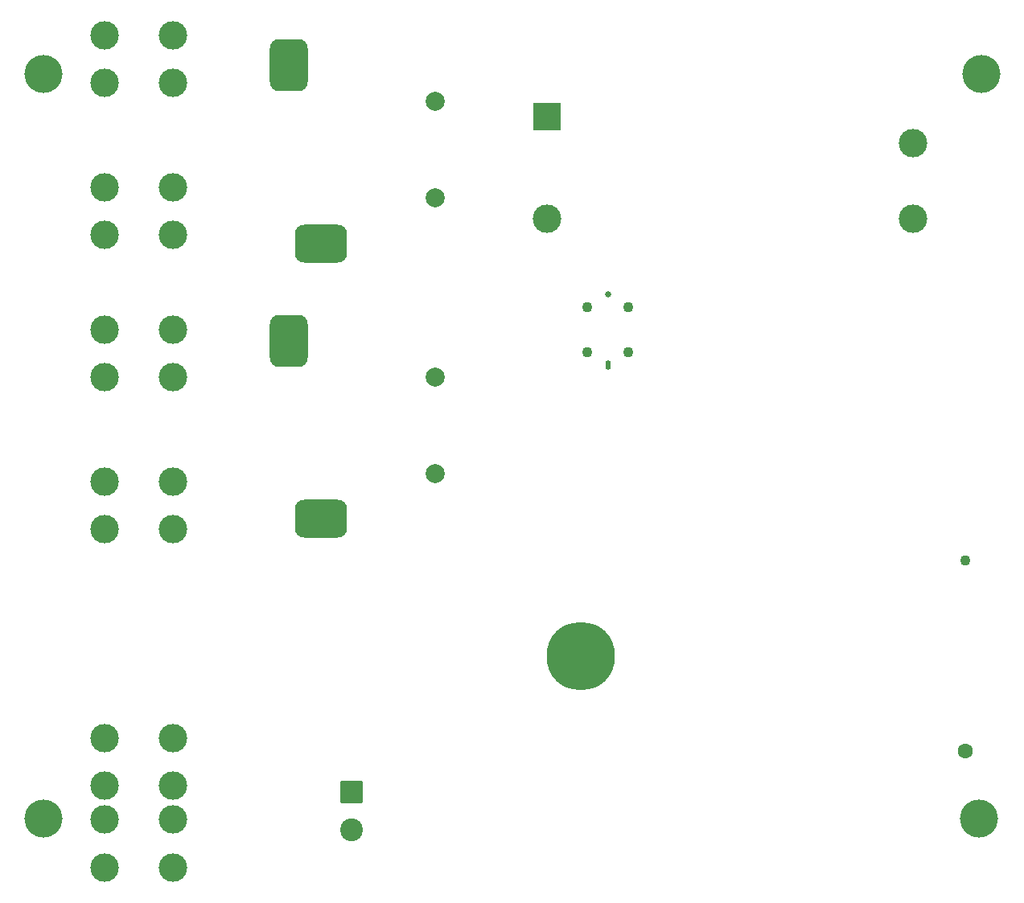
<source format=gbr>
%TF.GenerationSoftware,KiCad,Pcbnew,7.0.9*%
%TF.CreationDate,2024-05-06T20:13:39+08:00*%
%TF.ProjectId,power_monitor_v0.1,706f7765-725f-46d6-9f6e-69746f725f76,rev?*%
%TF.SameCoordinates,Original*%
%TF.FileFunction,Soldermask,Bot*%
%TF.FilePolarity,Negative*%
%FSLAX46Y46*%
G04 Gerber Fmt 4.6, Leading zero omitted, Abs format (unit mm)*
G04 Created by KiCad (PCBNEW 7.0.9) date 2024-05-06 20:13:39*
%MOMM*%
%LPD*%
G01*
G04 APERTURE LIST*
G04 Aperture macros list*
%AMRoundRect*
0 Rectangle with rounded corners*
0 $1 Rounding radius*
0 $2 $3 $4 $5 $6 $7 $8 $9 X,Y pos of 4 corners*
0 Add a 4 corners polygon primitive as box body*
4,1,4,$2,$3,$4,$5,$6,$7,$8,$9,$2,$3,0*
0 Add four circle primitives for the rounded corners*
1,1,$1+$1,$2,$3*
1,1,$1+$1,$4,$5*
1,1,$1+$1,$6,$7*
1,1,$1+$1,$8,$9*
0 Add four rect primitives between the rounded corners*
20,1,$1+$1,$2,$3,$4,$5,0*
20,1,$1+$1,$4,$5,$6,$7,0*
20,1,$1+$1,$6,$7,$8,$9,0*
20,1,$1+$1,$8,$9,$2,$3,0*%
G04 Aperture macros list end*
%ADD10C,0.660000*%
%ADD11O,0.580000X1.000000*%
%ADD12C,1.100000*%
%ADD13C,3.000000*%
%ADD14R,3.000000X3.000000*%
%ADD15RoundRect,1.000000X1.750000X1.000000X-1.750000X1.000000X-1.750000X-1.000000X1.750000X-1.000000X0*%
%ADD16RoundRect,1.000000X-1.000000X1.750000X-1.000000X-1.750000X1.000000X-1.750000X1.000000X1.750000X0*%
%ADD17C,2.000000*%
%ADD18RoundRect,0.250001X-0.949999X0.949999X-0.949999X-0.949999X0.949999X-0.949999X0.949999X0.949999X0*%
%ADD19C,2.400000*%
%ADD20C,4.000000*%
%ADD21C,1.600000*%
%ADD22C,7.204000*%
G04 APERTURE END LIST*
D10*
%TO.C,J8*%
X160400000Y-84750000D03*
D11*
X160400000Y-92250000D03*
D12*
X162550000Y-86100000D03*
X158250000Y-86100000D03*
X162550000Y-90900000D03*
X158250000Y-90900000D03*
%TD*%
D13*
%TO.C,J4*%
X114600000Y-131500000D03*
X107400000Y-131500000D03*
X107400000Y-136500000D03*
X114600000Y-136500000D03*
%TD*%
D14*
%TO.C,PS1*%
X154042500Y-66100000D03*
D13*
X154042500Y-76850000D03*
X192542500Y-76850000D03*
X192542500Y-68850000D03*
%TD*%
%TO.C,J7*%
X114600000Y-140100000D03*
X107400000Y-140100000D03*
X107400000Y-145100000D03*
X114600000Y-145100000D03*
%TD*%
D15*
%TO.C,K1*%
X130220000Y-108407500D03*
D16*
X126790000Y-89657500D03*
D17*
X142230000Y-93457500D03*
X142230000Y-103627500D03*
%TD*%
D13*
%TO.C,J3*%
X107400000Y-62500000D03*
X114600000Y-62500000D03*
X114600000Y-57500000D03*
X107400000Y-57500000D03*
%TD*%
%TO.C,J2*%
X107400000Y-93500000D03*
X114600000Y-93500000D03*
X114600000Y-88500000D03*
X107400000Y-88500000D03*
%TD*%
D15*
%TO.C,K2*%
X130220000Y-79407500D03*
D16*
X126790000Y-60657500D03*
D17*
X142230000Y-64457500D03*
X142230000Y-74627500D03*
%TD*%
D18*
%TO.C,J1*%
X133400000Y-137200000D03*
D19*
X133400000Y-141160000D03*
%TD*%
D13*
%TO.C,J5*%
X107400000Y-78500000D03*
X114600000Y-78500000D03*
X114600000Y-73500000D03*
X107400000Y-73500000D03*
%TD*%
D20*
%TO.C,U8*%
X101000000Y-61600000D03*
X101000000Y-140000000D03*
X199470000Y-140000000D03*
X199700000Y-61600000D03*
%TD*%
D12*
%TO.C,U6*%
X198060000Y-112830000D03*
D21*
X198060000Y-132830000D03*
D22*
X157600000Y-122849000D03*
%TD*%
D13*
%TO.C,J6*%
X107400000Y-109500000D03*
X114600000Y-109500000D03*
X114600000Y-104500000D03*
X107400000Y-104500000D03*
%TD*%
M02*

</source>
